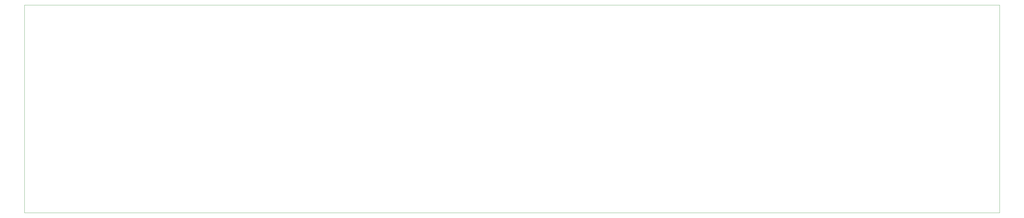
<source format=gbr>
%TF.GenerationSoftware,KiCad,Pcbnew,9.0.1*%
%TF.CreationDate,2025-04-04T16:59:33+13:00*%
%TF.ProjectId,Auckland-LED-Train-Map,4175636b-6c61-46e6-942d-4c45442d5472,rev?*%
%TF.SameCoordinates,Original*%
%TF.FileFunction,Profile,NP*%
%FSLAX46Y46*%
G04 Gerber Fmt 4.6, Leading zero omitted, Abs format (unit mm)*
G04 Created by KiCad (PCBNEW 9.0.1) date 2025-04-04 16:59:33*
%MOMM*%
%LPD*%
G01*
G04 APERTURE LIST*
%TA.AperFunction,Profile*%
%ADD10C,0.050000*%
%TD*%
G04 APERTURE END LIST*
D10*
X-18000000Y38000000D02*
X309800000Y38000000D01*
X309800000Y-31900000D01*
X-18000000Y-31900000D01*
X-18000000Y38000000D01*
M02*

</source>
